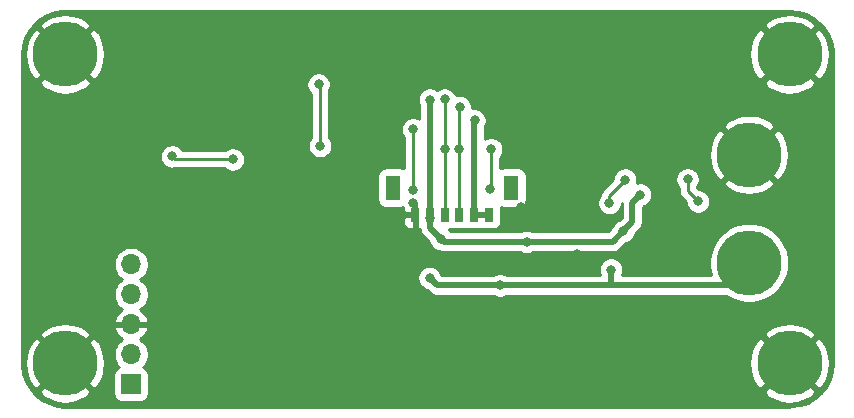
<source format=gbr>
%TF.GenerationSoftware,KiCad,Pcbnew,5.1.6-1.fc32*%
%TF.CreationDate,2020-07-03T14:53:20+01:00*%
%TF.ProjectId,4dc,3464632e-6b69-4636-9164-5f7063625858,rev?*%
%TF.SameCoordinates,Original*%
%TF.FileFunction,Copper,L2,Bot*%
%TF.FilePolarity,Positive*%
%FSLAX46Y46*%
G04 Gerber Fmt 4.6, Leading zero omitted, Abs format (unit mm)*
G04 Created by KiCad (PCBNEW 5.1.6-1.fc32) date 2020-07-03 14:53:20*
%MOMM*%
%LPD*%
G01*
G04 APERTURE LIST*
%TA.AperFunction,SMDPad,CuDef*%
%ADD10R,1.300000X2.150000*%
%TD*%
%TA.AperFunction,SMDPad,CuDef*%
%ADD11R,0.800000X1.200000*%
%TD*%
%TA.AperFunction,ComponentPad*%
%ADD12O,1.700000X1.700000*%
%TD*%
%TA.AperFunction,ComponentPad*%
%ADD13R,1.700000X1.700000*%
%TD*%
%TA.AperFunction,ComponentPad*%
%ADD14C,5.500000*%
%TD*%
%TA.AperFunction,ViaPad*%
%ADD15C,0.800000*%
%TD*%
%TA.AperFunction,Conductor*%
%ADD16C,0.500000*%
%TD*%
%TA.AperFunction,Conductor*%
%ADD17C,0.250000*%
%TD*%
%TA.AperFunction,Conductor*%
%ADD18C,0.254000*%
%TD*%
G04 APERTURE END LIST*
D10*
%TO.P,J2,*%
%TO.N,*%
X136707000Y-92320000D03*
X146757000Y-92320000D03*
D11*
%TO.P,J2,6*%
%TO.N,Net-(J2-Pad5)*%
X144857000Y-94615000D03*
%TO.P,J2,5*%
X143607000Y-94615000D03*
%TO.P,J2,4*%
%TO.N,Net-(J2-Pad4)*%
X142357000Y-94615000D03*
%TO.P,J2,3*%
%TO.N,Net-(J2-Pad3)*%
X141107000Y-94615000D03*
%TO.P,J2,2*%
%TO.N,+3V3*%
X139857000Y-94615000D03*
%TO.P,J2,1*%
%TO.N,GND*%
X138607000Y-94615000D03*
%TD*%
D12*
%TO.P,J1,5*%
%TO.N,Net-(J1-Pad5)*%
X114554000Y-98806000D03*
%TO.P,J1,4*%
%TO.N,Net-(J1-Pad4)*%
X114554000Y-101346000D03*
%TO.P,J1,3*%
%TO.N,GND*%
X114554000Y-103886000D03*
%TO.P,J1,2*%
%TO.N,+3V3*%
X114554000Y-106426000D03*
D13*
%TO.P,J1,1*%
%TO.N,Net-(J1-Pad1)*%
X114554000Y-108966000D03*
%TD*%
D14*
%TO.P,REF\u002A\u002A,1*%
%TO.N,GND*%
X170307000Y-81026000D03*
%TD*%
%TO.P,GND,1*%
%TO.N,GND*%
X166878000Y-89535000D03*
%TD*%
%TO.P,GND,1*%
%TO.N,GND*%
X170307000Y-107188000D03*
%TD*%
%TO.P,+12V,1*%
%TO.N,+12V*%
X166878000Y-98679000D03*
%TD*%
%TO.P,REF\u002A\u002A,1*%
%TO.N,GND*%
X108966000Y-81026000D03*
%TD*%
%TO.P,REF\u002A\u002A,1*%
%TO.N,GND*%
X108966000Y-107188000D03*
%TD*%
D15*
%TO.N,GND*%
X159914209Y-97811209D03*
X162560000Y-98425000D03*
X160655000Y-93218000D03*
X152146000Y-92964000D03*
X152273000Y-97917000D03*
X153797000Y-99187000D03*
X143383000Y-99187000D03*
X146177000Y-99187000D03*
X138557000Y-99187000D03*
X135763000Y-99187000D03*
X138430000Y-93599000D03*
X138557000Y-81788000D03*
X140843000Y-98298000D03*
X148463000Y-98298000D03*
X156210000Y-98425000D03*
X158115000Y-91567000D03*
X125730000Y-90678000D03*
X163449000Y-104902000D03*
X147596452Y-93964305D03*
X117045500Y-93345000D03*
X121005500Y-97790000D03*
%TO.N,+3V3*%
X139857000Y-94869000D03*
X148043000Y-96901000D03*
X156210000Y-96012000D03*
X157662142Y-92908858D03*
X139857000Y-84866000D03*
X140816000Y-96674000D03*
%TO.N,+12V*%
X139827000Y-99949000D03*
X145796000Y-100584000D03*
X155194000Y-99250010D03*
%TO.N,Net-(J1-Pad1)*%
X130556000Y-88773000D03*
X130429000Y-83566000D03*
%TO.N,Net-(J2-Pad4)*%
X142357000Y-89037000D03*
X142367000Y-85471000D03*
%TO.N,Net-(J2-Pad3)*%
X141097000Y-89063985D03*
X141107000Y-84846006D03*
%TO.N,Net-(R2-Pad1)*%
X123165176Y-89924509D03*
X118035980Y-89662000D03*
%TO.N,Net-(U1-Pad18)*%
X138430000Y-92546000D03*
X138430000Y-87376012D03*
%TO.N,Net-(U1-Pad17)*%
X145034000Y-89063995D03*
X144907000Y-92456000D03*
%TO.N,Net-(U1-Pad16)*%
X156392142Y-91638858D03*
X155047926Y-93618074D03*
%TO.N,Net-(U1-Pad15)*%
X161671000Y-91604000D03*
X162555347Y-93476653D03*
%TO.N,Net-(J2-Pad5)*%
X143637000Y-86614004D03*
%TD*%
D16*
%TO.N,GND*%
X138607000Y-93776000D02*
X138430000Y-93599000D01*
X138607000Y-94615000D02*
X138607000Y-93776000D01*
%TO.N,+3V3*%
X139857000Y-94615000D02*
X139857000Y-95715000D01*
X141043000Y-96901000D02*
X155321000Y-96901000D01*
X156972000Y-95250000D02*
X156972000Y-93599000D01*
X156972000Y-93599000D02*
X157607000Y-92964000D01*
X156210000Y-96012000D02*
X156972000Y-95250000D01*
X155321000Y-96901000D02*
X156210000Y-96012000D01*
X139857000Y-94615000D02*
X139857000Y-84866000D01*
X140816000Y-96674000D02*
X141043000Y-96901000D01*
X139857000Y-95715000D02*
X140816000Y-96674000D01*
%TO.N,+12V*%
X166878000Y-98679000D02*
X164973000Y-100584000D01*
X140589000Y-100584000D02*
X140462000Y-100584000D01*
X140462000Y-100584000D02*
X139827000Y-99949000D01*
X145796000Y-100584000D02*
X140589000Y-100584000D01*
X155194000Y-99250010D02*
X155194000Y-100584000D01*
X155194000Y-100584000D02*
X145796000Y-100584000D01*
X164973000Y-100584000D02*
X155194000Y-100584000D01*
D17*
%TO.N,Net-(J1-Pad1)*%
X130556000Y-88773000D02*
X130556000Y-83693000D01*
X130556000Y-83693000D02*
X130429000Y-83566000D01*
%TO.N,Net-(J2-Pad4)*%
X142357000Y-94615000D02*
X142357000Y-89037000D01*
X142357000Y-89037000D02*
X142357000Y-85481000D01*
X142357000Y-85481000D02*
X142367000Y-85471000D01*
%TO.N,Net-(J2-Pad3)*%
X141107000Y-94615000D02*
X141107000Y-89271000D01*
X141107000Y-89073985D02*
X141097000Y-89063985D01*
X141107000Y-89271000D02*
X141107000Y-89073985D01*
X141107000Y-89271000D02*
X141107000Y-84846006D01*
%TO.N,Net-(R2-Pad1)*%
X118298489Y-89924509D02*
X118035980Y-89662000D01*
X123165176Y-89924509D02*
X118298489Y-89924509D01*
%TO.N,Net-(U1-Pad18)*%
X138430000Y-92546000D02*
X138430000Y-87376012D01*
%TO.N,Net-(U1-Pad17)*%
X145034000Y-92329000D02*
X144907000Y-92456000D01*
X145034000Y-89063995D02*
X145034000Y-92329000D01*
%TO.N,Net-(U1-Pad16)*%
X155047926Y-92983074D02*
X155047926Y-93618074D01*
X156392142Y-91638858D02*
X155047926Y-92983074D01*
%TO.N,Net-(U1-Pad15)*%
X161671000Y-92592306D02*
X162555347Y-93476653D01*
X161671000Y-91604000D02*
X161671000Y-92592306D01*
D16*
%TO.N,Net-(J2-Pad5)*%
X144857000Y-94615000D02*
X143607000Y-94615000D01*
X143607000Y-94615000D02*
X143607000Y-86644004D01*
X143607000Y-86644004D02*
X143637000Y-86614004D01*
%TD*%
D18*
%TO.N,GND*%
G36*
X170998139Y-77436937D02*
G01*
X171664356Y-77632383D01*
X172281581Y-77950275D01*
X172827560Y-78379149D01*
X173282596Y-78903530D01*
X173630261Y-79504494D01*
X173858015Y-80160356D01*
X173961007Y-80870681D01*
X173965001Y-81034105D01*
X173965000Y-107156591D01*
X173896063Y-107879140D01*
X173700618Y-108545352D01*
X173382726Y-109162579D01*
X172953851Y-109708560D01*
X172429470Y-110163596D01*
X171828511Y-110511259D01*
X171172642Y-110739015D01*
X170462319Y-110842007D01*
X170298936Y-110846000D01*
X108997409Y-110846000D01*
X108274860Y-110777063D01*
X107608648Y-110581618D01*
X106991421Y-110263726D01*
X106445440Y-109834851D01*
X106214684Y-109568928D01*
X106764677Y-109568928D01*
X107070859Y-110012503D01*
X107658306Y-110327954D01*
X108296008Y-110522740D01*
X108959457Y-110589372D01*
X109623158Y-110525292D01*
X110261605Y-110332962D01*
X110850262Y-110019772D01*
X110861141Y-110012503D01*
X111167323Y-109568928D01*
X108966000Y-107367605D01*
X106764677Y-109568928D01*
X106214684Y-109568928D01*
X105990404Y-109310470D01*
X105642741Y-108709511D01*
X105414985Y-108053642D01*
X105311993Y-107343319D01*
X105308038Y-107181457D01*
X105564628Y-107181457D01*
X105628708Y-107845158D01*
X105821038Y-108483605D01*
X106134228Y-109072262D01*
X106141497Y-109083141D01*
X106585072Y-109389323D01*
X108786395Y-107188000D01*
X109145605Y-107188000D01*
X111346928Y-109389323D01*
X111790503Y-109083141D01*
X112105954Y-108495694D01*
X112221931Y-108116000D01*
X113065928Y-108116000D01*
X113065928Y-109816000D01*
X113078188Y-109940482D01*
X113114498Y-110060180D01*
X113173463Y-110170494D01*
X113252815Y-110267185D01*
X113349506Y-110346537D01*
X113459820Y-110405502D01*
X113579518Y-110441812D01*
X113704000Y-110454072D01*
X115404000Y-110454072D01*
X115528482Y-110441812D01*
X115648180Y-110405502D01*
X115758494Y-110346537D01*
X115855185Y-110267185D01*
X115934537Y-110170494D01*
X115993502Y-110060180D01*
X116029812Y-109940482D01*
X116042072Y-109816000D01*
X116042072Y-109568928D01*
X168105677Y-109568928D01*
X168411859Y-110012503D01*
X168999306Y-110327954D01*
X169637008Y-110522740D01*
X170300457Y-110589372D01*
X170964158Y-110525292D01*
X171602605Y-110332962D01*
X172191262Y-110019772D01*
X172202141Y-110012503D01*
X172508323Y-109568928D01*
X170307000Y-107367605D01*
X168105677Y-109568928D01*
X116042072Y-109568928D01*
X116042072Y-108116000D01*
X116029812Y-107991518D01*
X115993502Y-107871820D01*
X115934537Y-107761506D01*
X115855185Y-107664815D01*
X115758494Y-107585463D01*
X115648180Y-107526498D01*
X115575620Y-107504487D01*
X115707475Y-107372632D01*
X115835213Y-107181457D01*
X166905628Y-107181457D01*
X166969708Y-107845158D01*
X167162038Y-108483605D01*
X167475228Y-109072262D01*
X167482497Y-109083141D01*
X167926072Y-109389323D01*
X170127395Y-107188000D01*
X170486605Y-107188000D01*
X172687928Y-109389323D01*
X173131503Y-109083141D01*
X173446954Y-108495694D01*
X173641740Y-107857992D01*
X173708372Y-107194543D01*
X173644292Y-106530842D01*
X173451962Y-105892395D01*
X173138772Y-105303738D01*
X173131503Y-105292859D01*
X172687928Y-104986677D01*
X170486605Y-107188000D01*
X170127395Y-107188000D01*
X167926072Y-104986677D01*
X167482497Y-105292859D01*
X167167046Y-105880306D01*
X166972260Y-106518008D01*
X166905628Y-107181457D01*
X115835213Y-107181457D01*
X115869990Y-107129411D01*
X115981932Y-106859158D01*
X116039000Y-106572260D01*
X116039000Y-106279740D01*
X115981932Y-105992842D01*
X115869990Y-105722589D01*
X115707475Y-105479368D01*
X115500632Y-105272525D01*
X115318466Y-105150805D01*
X115435355Y-105081178D01*
X115651588Y-104886269D01*
X115710660Y-104807072D01*
X168105677Y-104807072D01*
X170307000Y-107008395D01*
X172508323Y-104807072D01*
X172202141Y-104363497D01*
X171614694Y-104048046D01*
X170976992Y-103853260D01*
X170313543Y-103786628D01*
X169649842Y-103850708D01*
X169011395Y-104043038D01*
X168422738Y-104356228D01*
X168411859Y-104363497D01*
X168105677Y-104807072D01*
X115710660Y-104807072D01*
X115825641Y-104652920D01*
X115950825Y-104390099D01*
X115995476Y-104242890D01*
X115874155Y-104013000D01*
X114681000Y-104013000D01*
X114681000Y-104033000D01*
X114427000Y-104033000D01*
X114427000Y-104013000D01*
X113233845Y-104013000D01*
X113112524Y-104242890D01*
X113157175Y-104390099D01*
X113282359Y-104652920D01*
X113456412Y-104886269D01*
X113672645Y-105081178D01*
X113789534Y-105150805D01*
X113607368Y-105272525D01*
X113400525Y-105479368D01*
X113238010Y-105722589D01*
X113126068Y-105992842D01*
X113069000Y-106279740D01*
X113069000Y-106572260D01*
X113126068Y-106859158D01*
X113238010Y-107129411D01*
X113400525Y-107372632D01*
X113532380Y-107504487D01*
X113459820Y-107526498D01*
X113349506Y-107585463D01*
X113252815Y-107664815D01*
X113173463Y-107761506D01*
X113114498Y-107871820D01*
X113078188Y-107991518D01*
X113065928Y-108116000D01*
X112221931Y-108116000D01*
X112300740Y-107857992D01*
X112367372Y-107194543D01*
X112303292Y-106530842D01*
X112110962Y-105892395D01*
X111797772Y-105303738D01*
X111790503Y-105292859D01*
X111346928Y-104986677D01*
X109145605Y-107188000D01*
X108786395Y-107188000D01*
X106585072Y-104986677D01*
X106141497Y-105292859D01*
X105826046Y-105880306D01*
X105631260Y-106518008D01*
X105564628Y-107181457D01*
X105308038Y-107181457D01*
X105308000Y-107179936D01*
X105308000Y-104807072D01*
X106764677Y-104807072D01*
X108966000Y-107008395D01*
X111167323Y-104807072D01*
X110861141Y-104363497D01*
X110273694Y-104048046D01*
X109635992Y-103853260D01*
X108972543Y-103786628D01*
X108308842Y-103850708D01*
X107670395Y-104043038D01*
X107081738Y-104356228D01*
X107070859Y-104363497D01*
X106764677Y-104807072D01*
X105308000Y-104807072D01*
X105308000Y-98659740D01*
X113069000Y-98659740D01*
X113069000Y-98952260D01*
X113126068Y-99239158D01*
X113238010Y-99509411D01*
X113400525Y-99752632D01*
X113607368Y-99959475D01*
X113781760Y-100076000D01*
X113607368Y-100192525D01*
X113400525Y-100399368D01*
X113238010Y-100642589D01*
X113126068Y-100912842D01*
X113069000Y-101199740D01*
X113069000Y-101492260D01*
X113126068Y-101779158D01*
X113238010Y-102049411D01*
X113400525Y-102292632D01*
X113607368Y-102499475D01*
X113789534Y-102621195D01*
X113672645Y-102690822D01*
X113456412Y-102885731D01*
X113282359Y-103119080D01*
X113157175Y-103381901D01*
X113112524Y-103529110D01*
X113233845Y-103759000D01*
X114427000Y-103759000D01*
X114427000Y-103739000D01*
X114681000Y-103739000D01*
X114681000Y-103759000D01*
X115874155Y-103759000D01*
X115995476Y-103529110D01*
X115950825Y-103381901D01*
X115825641Y-103119080D01*
X115651588Y-102885731D01*
X115435355Y-102690822D01*
X115318466Y-102621195D01*
X115500632Y-102499475D01*
X115707475Y-102292632D01*
X115869990Y-102049411D01*
X115981932Y-101779158D01*
X116039000Y-101492260D01*
X116039000Y-101199740D01*
X115981932Y-100912842D01*
X115869990Y-100642589D01*
X115707475Y-100399368D01*
X115500632Y-100192525D01*
X115326240Y-100076000D01*
X115500632Y-99959475D01*
X115613046Y-99847061D01*
X138792000Y-99847061D01*
X138792000Y-100050939D01*
X138831774Y-100250898D01*
X138909795Y-100439256D01*
X139023063Y-100608774D01*
X139167226Y-100752937D01*
X139336744Y-100866205D01*
X139525102Y-100944226D01*
X139581956Y-100955535D01*
X139805470Y-101179049D01*
X139833183Y-101212817D01*
X139866951Y-101240530D01*
X139866953Y-101240532D01*
X139967941Y-101323411D01*
X140121686Y-101405589D01*
X140288510Y-101456195D01*
X140418523Y-101469000D01*
X140418531Y-101469000D01*
X140462000Y-101473281D01*
X140505469Y-101469000D01*
X145257546Y-101469000D01*
X145305744Y-101501205D01*
X145494102Y-101579226D01*
X145694061Y-101619000D01*
X145897939Y-101619000D01*
X146097898Y-101579226D01*
X146286256Y-101501205D01*
X146334454Y-101469000D01*
X155150524Y-101469000D01*
X155194000Y-101473282D01*
X155237477Y-101469000D01*
X164929531Y-101469000D01*
X164966077Y-101472599D01*
X165274601Y-101678748D01*
X165890632Y-101933917D01*
X166544607Y-102064000D01*
X167211393Y-102064000D01*
X167865368Y-101933917D01*
X168481399Y-101678748D01*
X169035812Y-101308302D01*
X169507302Y-100836812D01*
X169877748Y-100282399D01*
X170132917Y-99666368D01*
X170263000Y-99012393D01*
X170263000Y-98345607D01*
X170132917Y-97691632D01*
X169877748Y-97075601D01*
X169507302Y-96521188D01*
X169035812Y-96049698D01*
X168481399Y-95679252D01*
X167865368Y-95424083D01*
X167211393Y-95294000D01*
X166544607Y-95294000D01*
X165890632Y-95424083D01*
X165274601Y-95679252D01*
X164720188Y-96049698D01*
X164248698Y-96521188D01*
X163878252Y-97075601D01*
X163623083Y-97691632D01*
X163493000Y-98345607D01*
X163493000Y-99012393D01*
X163623083Y-99666368D01*
X163636600Y-99699000D01*
X156128298Y-99699000D01*
X156189226Y-99551908D01*
X156229000Y-99351949D01*
X156229000Y-99148071D01*
X156189226Y-98948112D01*
X156111205Y-98759754D01*
X155997937Y-98590236D01*
X155853774Y-98446073D01*
X155684256Y-98332805D01*
X155495898Y-98254784D01*
X155295939Y-98215010D01*
X155092061Y-98215010D01*
X154892102Y-98254784D01*
X154703744Y-98332805D01*
X154534226Y-98446073D01*
X154390063Y-98590236D01*
X154276795Y-98759754D01*
X154198774Y-98948112D01*
X154159000Y-99148071D01*
X154159000Y-99351949D01*
X154198774Y-99551908D01*
X154259702Y-99699000D01*
X146334454Y-99699000D01*
X146286256Y-99666795D01*
X146097898Y-99588774D01*
X145897939Y-99549000D01*
X145694061Y-99549000D01*
X145494102Y-99588774D01*
X145305744Y-99666795D01*
X145257546Y-99699000D01*
X140832549Y-99699000D01*
X140822226Y-99647102D01*
X140744205Y-99458744D01*
X140630937Y-99289226D01*
X140486774Y-99145063D01*
X140317256Y-99031795D01*
X140128898Y-98953774D01*
X139928939Y-98914000D01*
X139725061Y-98914000D01*
X139525102Y-98953774D01*
X139336744Y-99031795D01*
X139167226Y-99145063D01*
X139023063Y-99289226D01*
X138909795Y-99458744D01*
X138831774Y-99647102D01*
X138792000Y-99847061D01*
X115613046Y-99847061D01*
X115707475Y-99752632D01*
X115869990Y-99509411D01*
X115981932Y-99239158D01*
X116039000Y-98952260D01*
X116039000Y-98659740D01*
X115981932Y-98372842D01*
X115869990Y-98102589D01*
X115707475Y-97859368D01*
X115500632Y-97652525D01*
X115257411Y-97490010D01*
X114987158Y-97378068D01*
X114700260Y-97321000D01*
X114407740Y-97321000D01*
X114120842Y-97378068D01*
X113850589Y-97490010D01*
X113607368Y-97652525D01*
X113400525Y-97859368D01*
X113238010Y-98102589D01*
X113126068Y-98372842D01*
X113069000Y-98659740D01*
X105308000Y-98659740D01*
X105308000Y-95215000D01*
X137568928Y-95215000D01*
X137581188Y-95339482D01*
X137617498Y-95459180D01*
X137676463Y-95569494D01*
X137755815Y-95666185D01*
X137852506Y-95745537D01*
X137962820Y-95804502D01*
X138082518Y-95840812D01*
X138207000Y-95853072D01*
X138321250Y-95850000D01*
X138480000Y-95691250D01*
X138480000Y-94742000D01*
X137730750Y-94742000D01*
X137572000Y-94900750D01*
X137568928Y-95215000D01*
X105308000Y-95215000D01*
X105308000Y-91245000D01*
X135418928Y-91245000D01*
X135418928Y-93395000D01*
X135431188Y-93519482D01*
X135467498Y-93639180D01*
X135526463Y-93749494D01*
X135605815Y-93846185D01*
X135702506Y-93925537D01*
X135812820Y-93984502D01*
X135932518Y-94020812D01*
X136057000Y-94033072D01*
X137357000Y-94033072D01*
X137481482Y-94020812D01*
X137571031Y-93993648D01*
X137568928Y-94015000D01*
X137572000Y-94329250D01*
X137730750Y-94488000D01*
X138480000Y-94488000D01*
X138480000Y-94468000D01*
X138734000Y-94468000D01*
X138734000Y-94488000D01*
X138754000Y-94488000D01*
X138754000Y-94742000D01*
X138734000Y-94742000D01*
X138734000Y-95691250D01*
X138892750Y-95850000D01*
X138981249Y-95852380D01*
X138984805Y-95888490D01*
X139035412Y-96055313D01*
X139117590Y-96209059D01*
X139200468Y-96310046D01*
X139200471Y-96310049D01*
X139228184Y-96343817D01*
X139261951Y-96371529D01*
X139809465Y-96919044D01*
X139820774Y-96975898D01*
X139898795Y-97164256D01*
X140012063Y-97333774D01*
X140156226Y-97477937D01*
X140325744Y-97591205D01*
X140514102Y-97669226D01*
X140655453Y-97697342D01*
X140702687Y-97722589D01*
X140869510Y-97773195D01*
X140999523Y-97786000D01*
X140999533Y-97786000D01*
X141042999Y-97790281D01*
X141086465Y-97786000D01*
X147504546Y-97786000D01*
X147552744Y-97818205D01*
X147741102Y-97896226D01*
X147941061Y-97936000D01*
X148144939Y-97936000D01*
X148344898Y-97896226D01*
X148533256Y-97818205D01*
X148581454Y-97786000D01*
X155277531Y-97786000D01*
X155321000Y-97790281D01*
X155364469Y-97786000D01*
X155364477Y-97786000D01*
X155494490Y-97773195D01*
X155661313Y-97722589D01*
X155815059Y-97640411D01*
X155949817Y-97529817D01*
X155977534Y-97496044D01*
X156455044Y-97018535D01*
X156511898Y-97007226D01*
X156700256Y-96929205D01*
X156869774Y-96815937D01*
X157013937Y-96671774D01*
X157127205Y-96502256D01*
X157205226Y-96313898D01*
X157216535Y-96257044D01*
X157567050Y-95906529D01*
X157600817Y-95878817D01*
X157632008Y-95840812D01*
X157711411Y-95744059D01*
X157739638Y-95691250D01*
X157793589Y-95590313D01*
X157844195Y-95423490D01*
X157857000Y-95293477D01*
X157857000Y-95293469D01*
X157861281Y-95250000D01*
X157857000Y-95206531D01*
X157857000Y-93965578D01*
X157907186Y-93915393D01*
X157964040Y-93904084D01*
X158152398Y-93826063D01*
X158321916Y-93712795D01*
X158466079Y-93568632D01*
X158579347Y-93399114D01*
X158657368Y-93210756D01*
X158697142Y-93010797D01*
X158697142Y-92806919D01*
X158657368Y-92606960D01*
X158579347Y-92418602D01*
X158466079Y-92249084D01*
X158321916Y-92104921D01*
X158152398Y-91991653D01*
X157964040Y-91913632D01*
X157764081Y-91873858D01*
X157560203Y-91873858D01*
X157394103Y-91906897D01*
X157427142Y-91740797D01*
X157427142Y-91536919D01*
X157420209Y-91502061D01*
X160636000Y-91502061D01*
X160636000Y-91705939D01*
X160675774Y-91905898D01*
X160753795Y-92094256D01*
X160867063Y-92263774D01*
X160911001Y-92307712D01*
X160911001Y-92554974D01*
X160907324Y-92592306D01*
X160911001Y-92629639D01*
X160921998Y-92741292D01*
X160925633Y-92753276D01*
X160965454Y-92884552D01*
X161036026Y-93016582D01*
X161107201Y-93103308D01*
X161131000Y-93132307D01*
X161159998Y-93156105D01*
X161520347Y-93516454D01*
X161520347Y-93578592D01*
X161560121Y-93778551D01*
X161638142Y-93966909D01*
X161751410Y-94136427D01*
X161895573Y-94280590D01*
X162065091Y-94393858D01*
X162253449Y-94471879D01*
X162453408Y-94511653D01*
X162657286Y-94511653D01*
X162857245Y-94471879D01*
X163045603Y-94393858D01*
X163215121Y-94280590D01*
X163359284Y-94136427D01*
X163472552Y-93966909D01*
X163550573Y-93778551D01*
X163590347Y-93578592D01*
X163590347Y-93374714D01*
X163550573Y-93174755D01*
X163472552Y-92986397D01*
X163359284Y-92816879D01*
X163215121Y-92672716D01*
X163045603Y-92559448D01*
X162857245Y-92481427D01*
X162657286Y-92441653D01*
X162595148Y-92441653D01*
X162446103Y-92292608D01*
X162474937Y-92263774D01*
X162588205Y-92094256D01*
X162662071Y-91915928D01*
X164676677Y-91915928D01*
X164982859Y-92359503D01*
X165570306Y-92674954D01*
X166208008Y-92869740D01*
X166871457Y-92936372D01*
X167535158Y-92872292D01*
X168173605Y-92679962D01*
X168762262Y-92366772D01*
X168773141Y-92359503D01*
X169079323Y-91915928D01*
X166878000Y-89714605D01*
X164676677Y-91915928D01*
X162662071Y-91915928D01*
X162666226Y-91905898D01*
X162706000Y-91705939D01*
X162706000Y-91502061D01*
X162666226Y-91302102D01*
X162588205Y-91113744D01*
X162474937Y-90944226D01*
X162330774Y-90800063D01*
X162161256Y-90686795D01*
X161972898Y-90608774D01*
X161772939Y-90569000D01*
X161569061Y-90569000D01*
X161369102Y-90608774D01*
X161180744Y-90686795D01*
X161011226Y-90800063D01*
X160867063Y-90944226D01*
X160753795Y-91113744D01*
X160675774Y-91302102D01*
X160636000Y-91502061D01*
X157420209Y-91502061D01*
X157387368Y-91336960D01*
X157309347Y-91148602D01*
X157196079Y-90979084D01*
X157051916Y-90834921D01*
X156882398Y-90721653D01*
X156694040Y-90643632D01*
X156494081Y-90603858D01*
X156290203Y-90603858D01*
X156090244Y-90643632D01*
X155901886Y-90721653D01*
X155732368Y-90834921D01*
X155588205Y-90979084D01*
X155474937Y-91148602D01*
X155396916Y-91336960D01*
X155357142Y-91536919D01*
X155357142Y-91599056D01*
X154536928Y-92419271D01*
X154507925Y-92443073D01*
X154479273Y-92477986D01*
X154412952Y-92558798D01*
X154372711Y-92634084D01*
X154342380Y-92690828D01*
X154298923Y-92834089D01*
X154291354Y-92910935D01*
X154243989Y-92958300D01*
X154130721Y-93127818D01*
X154052700Y-93316176D01*
X154012926Y-93516135D01*
X154012926Y-93720013D01*
X154052700Y-93919972D01*
X154130721Y-94108330D01*
X154243989Y-94277848D01*
X154388152Y-94422011D01*
X154557670Y-94535279D01*
X154746028Y-94613300D01*
X154945987Y-94653074D01*
X155149865Y-94653074D01*
X155349824Y-94613300D01*
X155538182Y-94535279D01*
X155707700Y-94422011D01*
X155851863Y-94277848D01*
X155965131Y-94108330D01*
X156043152Y-93919972D01*
X156082926Y-93720013D01*
X156082926Y-93601102D01*
X156087001Y-93642479D01*
X156087000Y-94883421D01*
X155964956Y-95005465D01*
X155908102Y-95016774D01*
X155719744Y-95094795D01*
X155550226Y-95208063D01*
X155406063Y-95352226D01*
X155292795Y-95521744D01*
X155214774Y-95710102D01*
X155203465Y-95766956D01*
X154954422Y-96016000D01*
X148581454Y-96016000D01*
X148533256Y-95983795D01*
X148344898Y-95905774D01*
X148144939Y-95866000D01*
X147941061Y-95866000D01*
X147741102Y-95905774D01*
X147552744Y-95983795D01*
X147504546Y-96016000D01*
X141621122Y-96016000D01*
X141619937Y-96014226D01*
X141475774Y-95870063D01*
X141450345Y-95853072D01*
X141507000Y-95853072D01*
X141631482Y-95840812D01*
X141732000Y-95810320D01*
X141832518Y-95840812D01*
X141957000Y-95853072D01*
X142757000Y-95853072D01*
X142881482Y-95840812D01*
X142982000Y-95810320D01*
X143082518Y-95840812D01*
X143207000Y-95853072D01*
X144007000Y-95853072D01*
X144131482Y-95840812D01*
X144232000Y-95810320D01*
X144332518Y-95840812D01*
X144457000Y-95853072D01*
X145257000Y-95853072D01*
X145381482Y-95840812D01*
X145501180Y-95804502D01*
X145611494Y-95745537D01*
X145708185Y-95666185D01*
X145787537Y-95569494D01*
X145846502Y-95459180D01*
X145882812Y-95339482D01*
X145895072Y-95215000D01*
X145895072Y-94015000D01*
X145892969Y-93993648D01*
X145982518Y-94020812D01*
X146107000Y-94033072D01*
X147407000Y-94033072D01*
X147531482Y-94020812D01*
X147651180Y-93984502D01*
X147761494Y-93925537D01*
X147858185Y-93846185D01*
X147937537Y-93749494D01*
X147996502Y-93639180D01*
X148032812Y-93519482D01*
X148045072Y-93395000D01*
X148045072Y-91245000D01*
X148032812Y-91120518D01*
X147996502Y-91000820D01*
X147937537Y-90890506D01*
X147858185Y-90793815D01*
X147761494Y-90714463D01*
X147651180Y-90655498D01*
X147531482Y-90619188D01*
X147407000Y-90606928D01*
X146107000Y-90606928D01*
X145982518Y-90619188D01*
X145862820Y-90655498D01*
X145794000Y-90692284D01*
X145794000Y-89767706D01*
X145837937Y-89723769D01*
X145951205Y-89554251D01*
X145961889Y-89528457D01*
X163476628Y-89528457D01*
X163540708Y-90192158D01*
X163733038Y-90830605D01*
X164046228Y-91419262D01*
X164053497Y-91430141D01*
X164497072Y-91736323D01*
X166698395Y-89535000D01*
X167057605Y-89535000D01*
X169258928Y-91736323D01*
X169702503Y-91430141D01*
X170017954Y-90842694D01*
X170212740Y-90204992D01*
X170279372Y-89541543D01*
X170215292Y-88877842D01*
X170022962Y-88239395D01*
X169709772Y-87650738D01*
X169702503Y-87639859D01*
X169258928Y-87333677D01*
X167057605Y-89535000D01*
X166698395Y-89535000D01*
X164497072Y-87333677D01*
X164053497Y-87639859D01*
X163738046Y-88227306D01*
X163543260Y-88865008D01*
X163476628Y-89528457D01*
X145961889Y-89528457D01*
X146029226Y-89365893D01*
X146069000Y-89165934D01*
X146069000Y-88962056D01*
X146029226Y-88762097D01*
X145951205Y-88573739D01*
X145837937Y-88404221D01*
X145693774Y-88260058D01*
X145524256Y-88146790D01*
X145335898Y-88068769D01*
X145135939Y-88028995D01*
X144932061Y-88028995D01*
X144732102Y-88068769D01*
X144543744Y-88146790D01*
X144492000Y-88181364D01*
X144492000Y-87197357D01*
X144520921Y-87154072D01*
X164676677Y-87154072D01*
X166878000Y-89355395D01*
X169079323Y-87154072D01*
X168773141Y-86710497D01*
X168185694Y-86395046D01*
X167547992Y-86200260D01*
X166884543Y-86133628D01*
X166220842Y-86197708D01*
X165582395Y-86390038D01*
X164993738Y-86703228D01*
X164982859Y-86710497D01*
X164676677Y-87154072D01*
X144520921Y-87154072D01*
X144554205Y-87104260D01*
X144632226Y-86915902D01*
X144672000Y-86715943D01*
X144672000Y-86512065D01*
X144632226Y-86312106D01*
X144554205Y-86123748D01*
X144440937Y-85954230D01*
X144296774Y-85810067D01*
X144127256Y-85696799D01*
X143938898Y-85618778D01*
X143738939Y-85579004D01*
X143535061Y-85579004D01*
X143395262Y-85606811D01*
X143402000Y-85572939D01*
X143402000Y-85369061D01*
X143362226Y-85169102D01*
X143284205Y-84980744D01*
X143170937Y-84811226D01*
X143026774Y-84667063D01*
X142857256Y-84553795D01*
X142668898Y-84475774D01*
X142468939Y-84436000D01*
X142265061Y-84436000D01*
X142073250Y-84474153D01*
X142024205Y-84355750D01*
X141910937Y-84186232D01*
X141766774Y-84042069D01*
X141597256Y-83928801D01*
X141408898Y-83850780D01*
X141208939Y-83811006D01*
X141005061Y-83811006D01*
X140805102Y-83850780D01*
X140616744Y-83928801D01*
X140467038Y-84028831D01*
X140347256Y-83948795D01*
X140158898Y-83870774D01*
X139958939Y-83831000D01*
X139755061Y-83831000D01*
X139555102Y-83870774D01*
X139366744Y-83948795D01*
X139197226Y-84062063D01*
X139053063Y-84206226D01*
X138939795Y-84375744D01*
X138861774Y-84564102D01*
X138822000Y-84764061D01*
X138822000Y-84967939D01*
X138861774Y-85167898D01*
X138939795Y-85356256D01*
X138972001Y-85404456D01*
X138972001Y-86493382D01*
X138920256Y-86458807D01*
X138731898Y-86380786D01*
X138531939Y-86341012D01*
X138328061Y-86341012D01*
X138128102Y-86380786D01*
X137939744Y-86458807D01*
X137770226Y-86572075D01*
X137626063Y-86716238D01*
X137512795Y-86885756D01*
X137434774Y-87074114D01*
X137395000Y-87274073D01*
X137395000Y-87477951D01*
X137434774Y-87677910D01*
X137512795Y-87866268D01*
X137626063Y-88035786D01*
X137670001Y-88079724D01*
X137670000Y-90692284D01*
X137601180Y-90655498D01*
X137481482Y-90619188D01*
X137357000Y-90606928D01*
X136057000Y-90606928D01*
X135932518Y-90619188D01*
X135812820Y-90655498D01*
X135702506Y-90714463D01*
X135605815Y-90793815D01*
X135526463Y-90890506D01*
X135467498Y-91000820D01*
X135431188Y-91120518D01*
X135418928Y-91245000D01*
X105308000Y-91245000D01*
X105308000Y-89560061D01*
X117000980Y-89560061D01*
X117000980Y-89763939D01*
X117040754Y-89963898D01*
X117118775Y-90152256D01*
X117232043Y-90321774D01*
X117376206Y-90465937D01*
X117545724Y-90579205D01*
X117734082Y-90657226D01*
X117934041Y-90697000D01*
X118137919Y-90697000D01*
X118220732Y-90680528D01*
X118261156Y-90684509D01*
X118261164Y-90684509D01*
X118298489Y-90688185D01*
X118335814Y-90684509D01*
X122461465Y-90684509D01*
X122505402Y-90728446D01*
X122674920Y-90841714D01*
X122863278Y-90919735D01*
X123063237Y-90959509D01*
X123267115Y-90959509D01*
X123467074Y-90919735D01*
X123655432Y-90841714D01*
X123824950Y-90728446D01*
X123969113Y-90584283D01*
X124082381Y-90414765D01*
X124160402Y-90226407D01*
X124200176Y-90026448D01*
X124200176Y-89822570D01*
X124160402Y-89622611D01*
X124082381Y-89434253D01*
X123969113Y-89264735D01*
X123824950Y-89120572D01*
X123655432Y-89007304D01*
X123467074Y-88929283D01*
X123267115Y-88889509D01*
X123063237Y-88889509D01*
X122863278Y-88929283D01*
X122674920Y-89007304D01*
X122505402Y-89120572D01*
X122461465Y-89164509D01*
X118948351Y-89164509D01*
X118839917Y-89002226D01*
X118695754Y-88858063D01*
X118526236Y-88744795D01*
X118337878Y-88666774D01*
X118137919Y-88627000D01*
X117934041Y-88627000D01*
X117734082Y-88666774D01*
X117545724Y-88744795D01*
X117376206Y-88858063D01*
X117232043Y-89002226D01*
X117118775Y-89171744D01*
X117040754Y-89360102D01*
X117000980Y-89560061D01*
X105308000Y-89560061D01*
X105308000Y-83406928D01*
X106764677Y-83406928D01*
X107070859Y-83850503D01*
X107658306Y-84165954D01*
X108296008Y-84360740D01*
X108959457Y-84427372D01*
X109623158Y-84363292D01*
X110261605Y-84170962D01*
X110850262Y-83857772D01*
X110861141Y-83850503D01*
X111127886Y-83464061D01*
X129394000Y-83464061D01*
X129394000Y-83667939D01*
X129433774Y-83867898D01*
X129511795Y-84056256D01*
X129625063Y-84225774D01*
X129769226Y-84369937D01*
X129796001Y-84387827D01*
X129796000Y-88069289D01*
X129752063Y-88113226D01*
X129638795Y-88282744D01*
X129560774Y-88471102D01*
X129521000Y-88671061D01*
X129521000Y-88874939D01*
X129560774Y-89074898D01*
X129638795Y-89263256D01*
X129752063Y-89432774D01*
X129896226Y-89576937D01*
X130065744Y-89690205D01*
X130254102Y-89768226D01*
X130454061Y-89808000D01*
X130657939Y-89808000D01*
X130857898Y-89768226D01*
X131046256Y-89690205D01*
X131215774Y-89576937D01*
X131359937Y-89432774D01*
X131473205Y-89263256D01*
X131551226Y-89074898D01*
X131591000Y-88874939D01*
X131591000Y-88671061D01*
X131551226Y-88471102D01*
X131473205Y-88282744D01*
X131359937Y-88113226D01*
X131316000Y-88069289D01*
X131316000Y-84101461D01*
X131346205Y-84056256D01*
X131424226Y-83867898D01*
X131464000Y-83667939D01*
X131464000Y-83464061D01*
X131452636Y-83406928D01*
X168105677Y-83406928D01*
X168411859Y-83850503D01*
X168999306Y-84165954D01*
X169637008Y-84360740D01*
X170300457Y-84427372D01*
X170964158Y-84363292D01*
X171602605Y-84170962D01*
X172191262Y-83857772D01*
X172202141Y-83850503D01*
X172508323Y-83406928D01*
X170307000Y-81205605D01*
X168105677Y-83406928D01*
X131452636Y-83406928D01*
X131424226Y-83264102D01*
X131346205Y-83075744D01*
X131232937Y-82906226D01*
X131088774Y-82762063D01*
X130919256Y-82648795D01*
X130730898Y-82570774D01*
X130530939Y-82531000D01*
X130327061Y-82531000D01*
X130127102Y-82570774D01*
X129938744Y-82648795D01*
X129769226Y-82762063D01*
X129625063Y-82906226D01*
X129511795Y-83075744D01*
X129433774Y-83264102D01*
X129394000Y-83464061D01*
X111127886Y-83464061D01*
X111167323Y-83406928D01*
X108966000Y-81205605D01*
X106764677Y-83406928D01*
X105308000Y-83406928D01*
X105308000Y-81057409D01*
X105311620Y-81019457D01*
X105564628Y-81019457D01*
X105628708Y-81683158D01*
X105821038Y-82321605D01*
X106134228Y-82910262D01*
X106141497Y-82921141D01*
X106585072Y-83227323D01*
X108786395Y-81026000D01*
X109145605Y-81026000D01*
X111346928Y-83227323D01*
X111790503Y-82921141D01*
X112105954Y-82333694D01*
X112300740Y-81695992D01*
X112367372Y-81032543D01*
X112366109Y-81019457D01*
X166905628Y-81019457D01*
X166969708Y-81683158D01*
X167162038Y-82321605D01*
X167475228Y-82910262D01*
X167482497Y-82921141D01*
X167926072Y-83227323D01*
X170127395Y-81026000D01*
X170486605Y-81026000D01*
X172687928Y-83227323D01*
X173131503Y-82921141D01*
X173446954Y-82333694D01*
X173641740Y-81695992D01*
X173708372Y-81032543D01*
X173644292Y-80368842D01*
X173451962Y-79730395D01*
X173138772Y-79141738D01*
X173131503Y-79130859D01*
X172687928Y-78824677D01*
X170486605Y-81026000D01*
X170127395Y-81026000D01*
X167926072Y-78824677D01*
X167482497Y-79130859D01*
X167167046Y-79718306D01*
X166972260Y-80356008D01*
X166905628Y-81019457D01*
X112366109Y-81019457D01*
X112303292Y-80368842D01*
X112110962Y-79730395D01*
X111797772Y-79141738D01*
X111790503Y-79130859D01*
X111346928Y-78824677D01*
X109145605Y-81026000D01*
X108786395Y-81026000D01*
X106585072Y-78824677D01*
X106141497Y-79130859D01*
X105826046Y-79718306D01*
X105631260Y-80356008D01*
X105564628Y-81019457D01*
X105311620Y-81019457D01*
X105376937Y-80334861D01*
X105572383Y-79668644D01*
X105890275Y-79051419D01*
X106209466Y-78645072D01*
X106764677Y-78645072D01*
X108966000Y-80846395D01*
X111167323Y-78645072D01*
X168105677Y-78645072D01*
X170307000Y-80846395D01*
X172508323Y-78645072D01*
X172202141Y-78201497D01*
X171614694Y-77886046D01*
X170976992Y-77691260D01*
X170313543Y-77624628D01*
X169649842Y-77688708D01*
X169011395Y-77881038D01*
X168422738Y-78194228D01*
X168411859Y-78201497D01*
X168105677Y-78645072D01*
X111167323Y-78645072D01*
X110861141Y-78201497D01*
X110273694Y-77886046D01*
X109635992Y-77691260D01*
X108972543Y-77624628D01*
X108308842Y-77688708D01*
X107670395Y-77881038D01*
X107081738Y-78194228D01*
X107070859Y-78201497D01*
X106764677Y-78645072D01*
X106209466Y-78645072D01*
X106319149Y-78505440D01*
X106843530Y-78050404D01*
X107444494Y-77702739D01*
X108100356Y-77474985D01*
X108810681Y-77371993D01*
X108974064Y-77368000D01*
X170275591Y-77368000D01*
X170998139Y-77436937D01*
G37*
X170998139Y-77436937D02*
X171664356Y-77632383D01*
X172281581Y-77950275D01*
X172827560Y-78379149D01*
X173282596Y-78903530D01*
X173630261Y-79504494D01*
X173858015Y-80160356D01*
X173961007Y-80870681D01*
X173965001Y-81034105D01*
X173965000Y-107156591D01*
X173896063Y-107879140D01*
X173700618Y-108545352D01*
X173382726Y-109162579D01*
X172953851Y-109708560D01*
X172429470Y-110163596D01*
X171828511Y-110511259D01*
X171172642Y-110739015D01*
X170462319Y-110842007D01*
X170298936Y-110846000D01*
X108997409Y-110846000D01*
X108274860Y-110777063D01*
X107608648Y-110581618D01*
X106991421Y-110263726D01*
X106445440Y-109834851D01*
X106214684Y-109568928D01*
X106764677Y-109568928D01*
X107070859Y-110012503D01*
X107658306Y-110327954D01*
X108296008Y-110522740D01*
X108959457Y-110589372D01*
X109623158Y-110525292D01*
X110261605Y-110332962D01*
X110850262Y-110019772D01*
X110861141Y-110012503D01*
X111167323Y-109568928D01*
X108966000Y-107367605D01*
X106764677Y-109568928D01*
X106214684Y-109568928D01*
X105990404Y-109310470D01*
X105642741Y-108709511D01*
X105414985Y-108053642D01*
X105311993Y-107343319D01*
X105308038Y-107181457D01*
X105564628Y-107181457D01*
X105628708Y-107845158D01*
X105821038Y-108483605D01*
X106134228Y-109072262D01*
X106141497Y-109083141D01*
X106585072Y-109389323D01*
X108786395Y-107188000D01*
X109145605Y-107188000D01*
X111346928Y-109389323D01*
X111790503Y-109083141D01*
X112105954Y-108495694D01*
X112221931Y-108116000D01*
X113065928Y-108116000D01*
X113065928Y-109816000D01*
X113078188Y-109940482D01*
X113114498Y-110060180D01*
X113173463Y-110170494D01*
X113252815Y-110267185D01*
X113349506Y-110346537D01*
X113459820Y-110405502D01*
X113579518Y-110441812D01*
X113704000Y-110454072D01*
X115404000Y-110454072D01*
X115528482Y-110441812D01*
X115648180Y-110405502D01*
X115758494Y-110346537D01*
X115855185Y-110267185D01*
X115934537Y-110170494D01*
X115993502Y-110060180D01*
X116029812Y-109940482D01*
X116042072Y-109816000D01*
X116042072Y-109568928D01*
X168105677Y-109568928D01*
X168411859Y-110012503D01*
X168999306Y-110327954D01*
X169637008Y-110522740D01*
X170300457Y-110589372D01*
X170964158Y-110525292D01*
X171602605Y-110332962D01*
X172191262Y-110019772D01*
X172202141Y-110012503D01*
X172508323Y-109568928D01*
X170307000Y-107367605D01*
X168105677Y-109568928D01*
X116042072Y-109568928D01*
X116042072Y-108116000D01*
X116029812Y-107991518D01*
X115993502Y-107871820D01*
X115934537Y-107761506D01*
X115855185Y-107664815D01*
X115758494Y-107585463D01*
X115648180Y-107526498D01*
X115575620Y-107504487D01*
X115707475Y-107372632D01*
X115835213Y-107181457D01*
X166905628Y-107181457D01*
X166969708Y-107845158D01*
X167162038Y-108483605D01*
X167475228Y-109072262D01*
X167482497Y-109083141D01*
X167926072Y-109389323D01*
X170127395Y-107188000D01*
X170486605Y-107188000D01*
X172687928Y-109389323D01*
X173131503Y-109083141D01*
X173446954Y-108495694D01*
X173641740Y-107857992D01*
X173708372Y-107194543D01*
X173644292Y-106530842D01*
X173451962Y-105892395D01*
X173138772Y-105303738D01*
X173131503Y-105292859D01*
X172687928Y-104986677D01*
X170486605Y-107188000D01*
X170127395Y-107188000D01*
X167926072Y-104986677D01*
X167482497Y-105292859D01*
X167167046Y-105880306D01*
X166972260Y-106518008D01*
X166905628Y-107181457D01*
X115835213Y-107181457D01*
X115869990Y-107129411D01*
X115981932Y-106859158D01*
X116039000Y-106572260D01*
X116039000Y-106279740D01*
X115981932Y-105992842D01*
X115869990Y-105722589D01*
X115707475Y-105479368D01*
X115500632Y-105272525D01*
X115318466Y-105150805D01*
X115435355Y-105081178D01*
X115651588Y-104886269D01*
X115710660Y-104807072D01*
X168105677Y-104807072D01*
X170307000Y-107008395D01*
X172508323Y-104807072D01*
X172202141Y-104363497D01*
X171614694Y-104048046D01*
X170976992Y-103853260D01*
X170313543Y-103786628D01*
X169649842Y-103850708D01*
X169011395Y-104043038D01*
X168422738Y-104356228D01*
X168411859Y-104363497D01*
X168105677Y-104807072D01*
X115710660Y-104807072D01*
X115825641Y-104652920D01*
X115950825Y-104390099D01*
X115995476Y-104242890D01*
X115874155Y-104013000D01*
X114681000Y-104013000D01*
X114681000Y-104033000D01*
X114427000Y-104033000D01*
X114427000Y-104013000D01*
X113233845Y-104013000D01*
X113112524Y-104242890D01*
X113157175Y-104390099D01*
X113282359Y-104652920D01*
X113456412Y-104886269D01*
X113672645Y-105081178D01*
X113789534Y-105150805D01*
X113607368Y-105272525D01*
X113400525Y-105479368D01*
X113238010Y-105722589D01*
X113126068Y-105992842D01*
X113069000Y-106279740D01*
X113069000Y-106572260D01*
X113126068Y-106859158D01*
X113238010Y-107129411D01*
X113400525Y-107372632D01*
X113532380Y-107504487D01*
X113459820Y-107526498D01*
X113349506Y-107585463D01*
X113252815Y-107664815D01*
X113173463Y-107761506D01*
X113114498Y-107871820D01*
X113078188Y-107991518D01*
X113065928Y-108116000D01*
X112221931Y-108116000D01*
X112300740Y-107857992D01*
X112367372Y-107194543D01*
X112303292Y-106530842D01*
X112110962Y-105892395D01*
X111797772Y-105303738D01*
X111790503Y-105292859D01*
X111346928Y-104986677D01*
X109145605Y-107188000D01*
X108786395Y-107188000D01*
X106585072Y-104986677D01*
X106141497Y-105292859D01*
X105826046Y-105880306D01*
X105631260Y-106518008D01*
X105564628Y-107181457D01*
X105308038Y-107181457D01*
X105308000Y-107179936D01*
X105308000Y-104807072D01*
X106764677Y-104807072D01*
X108966000Y-107008395D01*
X111167323Y-104807072D01*
X110861141Y-104363497D01*
X110273694Y-104048046D01*
X109635992Y-103853260D01*
X108972543Y-103786628D01*
X108308842Y-103850708D01*
X107670395Y-104043038D01*
X107081738Y-104356228D01*
X107070859Y-104363497D01*
X106764677Y-104807072D01*
X105308000Y-104807072D01*
X105308000Y-98659740D01*
X113069000Y-98659740D01*
X113069000Y-98952260D01*
X113126068Y-99239158D01*
X113238010Y-99509411D01*
X113400525Y-99752632D01*
X113607368Y-99959475D01*
X113781760Y-100076000D01*
X113607368Y-100192525D01*
X113400525Y-100399368D01*
X113238010Y-100642589D01*
X113126068Y-100912842D01*
X113069000Y-101199740D01*
X113069000Y-101492260D01*
X113126068Y-101779158D01*
X113238010Y-102049411D01*
X113400525Y-102292632D01*
X113607368Y-102499475D01*
X113789534Y-102621195D01*
X113672645Y-102690822D01*
X113456412Y-102885731D01*
X113282359Y-103119080D01*
X113157175Y-103381901D01*
X113112524Y-103529110D01*
X113233845Y-103759000D01*
X114427000Y-103759000D01*
X114427000Y-103739000D01*
X114681000Y-103739000D01*
X114681000Y-103759000D01*
X115874155Y-103759000D01*
X115995476Y-103529110D01*
X115950825Y-103381901D01*
X115825641Y-103119080D01*
X115651588Y-102885731D01*
X115435355Y-102690822D01*
X115318466Y-102621195D01*
X115500632Y-102499475D01*
X115707475Y-102292632D01*
X115869990Y-102049411D01*
X115981932Y-101779158D01*
X116039000Y-101492260D01*
X116039000Y-101199740D01*
X115981932Y-100912842D01*
X115869990Y-100642589D01*
X115707475Y-100399368D01*
X115500632Y-100192525D01*
X115326240Y-100076000D01*
X115500632Y-99959475D01*
X115613046Y-99847061D01*
X138792000Y-99847061D01*
X138792000Y-100050939D01*
X138831774Y-100250898D01*
X138909795Y-100439256D01*
X139023063Y-100608774D01*
X139167226Y-100752937D01*
X139336744Y-100866205D01*
X139525102Y-100944226D01*
X139581956Y-100955535D01*
X139805470Y-101179049D01*
X139833183Y-101212817D01*
X139866951Y-101240530D01*
X139866953Y-101240532D01*
X139967941Y-101323411D01*
X140121686Y-101405589D01*
X140288510Y-101456195D01*
X140418523Y-101469000D01*
X140418531Y-101469000D01*
X140462000Y-101473281D01*
X140505469Y-101469000D01*
X145257546Y-101469000D01*
X145305744Y-101501205D01*
X145494102Y-101579226D01*
X145694061Y-101619000D01*
X145897939Y-101619000D01*
X146097898Y-101579226D01*
X146286256Y-101501205D01*
X146334454Y-101469000D01*
X155150524Y-101469000D01*
X155194000Y-101473282D01*
X155237477Y-101469000D01*
X164929531Y-101469000D01*
X164966077Y-101472599D01*
X165274601Y-101678748D01*
X165890632Y-101933917D01*
X166544607Y-102064000D01*
X167211393Y-102064000D01*
X167865368Y-101933917D01*
X168481399Y-101678748D01*
X169035812Y-101308302D01*
X169507302Y-100836812D01*
X169877748Y-100282399D01*
X170132917Y-99666368D01*
X170263000Y-99012393D01*
X170263000Y-98345607D01*
X170132917Y-97691632D01*
X169877748Y-97075601D01*
X169507302Y-96521188D01*
X169035812Y-96049698D01*
X168481399Y-95679252D01*
X167865368Y-95424083D01*
X167211393Y-95294000D01*
X166544607Y-95294000D01*
X165890632Y-95424083D01*
X165274601Y-95679252D01*
X164720188Y-96049698D01*
X164248698Y-96521188D01*
X163878252Y-97075601D01*
X163623083Y-97691632D01*
X163493000Y-98345607D01*
X163493000Y-99012393D01*
X163623083Y-99666368D01*
X163636600Y-99699000D01*
X156128298Y-99699000D01*
X156189226Y-99551908D01*
X156229000Y-99351949D01*
X156229000Y-99148071D01*
X156189226Y-98948112D01*
X156111205Y-98759754D01*
X155997937Y-98590236D01*
X155853774Y-98446073D01*
X155684256Y-98332805D01*
X155495898Y-98254784D01*
X155295939Y-98215010D01*
X155092061Y-98215010D01*
X154892102Y-98254784D01*
X154703744Y-98332805D01*
X154534226Y-98446073D01*
X154390063Y-98590236D01*
X154276795Y-98759754D01*
X154198774Y-98948112D01*
X154159000Y-99148071D01*
X154159000Y-99351949D01*
X154198774Y-99551908D01*
X154259702Y-99699000D01*
X146334454Y-99699000D01*
X146286256Y-99666795D01*
X146097898Y-99588774D01*
X145897939Y-99549000D01*
X145694061Y-99549000D01*
X145494102Y-99588774D01*
X145305744Y-99666795D01*
X145257546Y-99699000D01*
X140832549Y-99699000D01*
X140822226Y-99647102D01*
X140744205Y-99458744D01*
X140630937Y-99289226D01*
X140486774Y-99145063D01*
X140317256Y-99031795D01*
X140128898Y-98953774D01*
X139928939Y-98914000D01*
X139725061Y-98914000D01*
X139525102Y-98953774D01*
X139336744Y-99031795D01*
X139167226Y-99145063D01*
X139023063Y-99289226D01*
X138909795Y-99458744D01*
X138831774Y-99647102D01*
X138792000Y-99847061D01*
X115613046Y-99847061D01*
X115707475Y-99752632D01*
X115869990Y-99509411D01*
X115981932Y-99239158D01*
X116039000Y-98952260D01*
X116039000Y-98659740D01*
X115981932Y-98372842D01*
X115869990Y-98102589D01*
X115707475Y-97859368D01*
X115500632Y-97652525D01*
X115257411Y-97490010D01*
X114987158Y-97378068D01*
X114700260Y-97321000D01*
X114407740Y-97321000D01*
X114120842Y-97378068D01*
X113850589Y-97490010D01*
X113607368Y-97652525D01*
X113400525Y-97859368D01*
X113238010Y-98102589D01*
X113126068Y-98372842D01*
X113069000Y-98659740D01*
X105308000Y-98659740D01*
X105308000Y-95215000D01*
X137568928Y-95215000D01*
X137581188Y-95339482D01*
X137617498Y-95459180D01*
X137676463Y-95569494D01*
X137755815Y-95666185D01*
X137852506Y-95745537D01*
X137962820Y-95804502D01*
X138082518Y-95840812D01*
X138207000Y-95853072D01*
X138321250Y-95850000D01*
X138480000Y-95691250D01*
X138480000Y-94742000D01*
X137730750Y-94742000D01*
X137572000Y-94900750D01*
X137568928Y-95215000D01*
X105308000Y-95215000D01*
X105308000Y-91245000D01*
X135418928Y-91245000D01*
X135418928Y-93395000D01*
X135431188Y-93519482D01*
X135467498Y-93639180D01*
X135526463Y-93749494D01*
X135605815Y-93846185D01*
X135702506Y-93925537D01*
X135812820Y-93984502D01*
X135932518Y-94020812D01*
X136057000Y-94033072D01*
X137357000Y-94033072D01*
X137481482Y-94020812D01*
X137571031Y-93993648D01*
X137568928Y-94015000D01*
X137572000Y-94329250D01*
X137730750Y-94488000D01*
X138480000Y-94488000D01*
X138480000Y-94468000D01*
X138734000Y-94468000D01*
X138734000Y-94488000D01*
X138754000Y-94488000D01*
X138754000Y-94742000D01*
X138734000Y-94742000D01*
X138734000Y-95691250D01*
X138892750Y-95850000D01*
X138981249Y-95852380D01*
X138984805Y-95888490D01*
X139035412Y-96055313D01*
X139117590Y-96209059D01*
X139200468Y-96310046D01*
X139200471Y-96310049D01*
X139228184Y-96343817D01*
X139261951Y-96371529D01*
X139809465Y-96919044D01*
X139820774Y-96975898D01*
X139898795Y-97164256D01*
X140012063Y-97333774D01*
X140156226Y-97477937D01*
X140325744Y-97591205D01*
X140514102Y-97669226D01*
X140655453Y-97697342D01*
X140702687Y-97722589D01*
X140869510Y-97773195D01*
X140999523Y-97786000D01*
X140999533Y-97786000D01*
X141042999Y-97790281D01*
X141086465Y-97786000D01*
X147504546Y-97786000D01*
X147552744Y-97818205D01*
X147741102Y-97896226D01*
X147941061Y-97936000D01*
X148144939Y-97936000D01*
X148344898Y-97896226D01*
X148533256Y-97818205D01*
X148581454Y-97786000D01*
X155277531Y-97786000D01*
X155321000Y-97790281D01*
X155364469Y-97786000D01*
X155364477Y-97786000D01*
X155494490Y-97773195D01*
X155661313Y-97722589D01*
X155815059Y-97640411D01*
X155949817Y-97529817D01*
X155977534Y-97496044D01*
X156455044Y-97018535D01*
X156511898Y-97007226D01*
X156700256Y-96929205D01*
X156869774Y-96815937D01*
X157013937Y-96671774D01*
X157127205Y-96502256D01*
X157205226Y-96313898D01*
X157216535Y-96257044D01*
X157567050Y-95906529D01*
X157600817Y-95878817D01*
X157632008Y-95840812D01*
X157711411Y-95744059D01*
X157739638Y-95691250D01*
X157793589Y-95590313D01*
X157844195Y-95423490D01*
X157857000Y-95293477D01*
X157857000Y-95293469D01*
X157861281Y-95250000D01*
X157857000Y-95206531D01*
X157857000Y-93965578D01*
X157907186Y-93915393D01*
X157964040Y-93904084D01*
X158152398Y-93826063D01*
X158321916Y-93712795D01*
X158466079Y-93568632D01*
X158579347Y-93399114D01*
X158657368Y-93210756D01*
X158697142Y-93010797D01*
X158697142Y-92806919D01*
X158657368Y-92606960D01*
X158579347Y-92418602D01*
X158466079Y-92249084D01*
X158321916Y-92104921D01*
X158152398Y-91991653D01*
X157964040Y-91913632D01*
X157764081Y-91873858D01*
X157560203Y-91873858D01*
X157394103Y-91906897D01*
X157427142Y-91740797D01*
X157427142Y-91536919D01*
X157420209Y-91502061D01*
X160636000Y-91502061D01*
X160636000Y-91705939D01*
X160675774Y-91905898D01*
X160753795Y-92094256D01*
X160867063Y-92263774D01*
X160911001Y-92307712D01*
X160911001Y-92554974D01*
X160907324Y-92592306D01*
X160911001Y-92629639D01*
X160921998Y-92741292D01*
X160925633Y-92753276D01*
X160965454Y-92884552D01*
X161036026Y-93016582D01*
X161107201Y-93103308D01*
X161131000Y-93132307D01*
X161159998Y-93156105D01*
X161520347Y-93516454D01*
X161520347Y-93578592D01*
X161560121Y-93778551D01*
X161638142Y-93966909D01*
X161751410Y-94136427D01*
X161895573Y-94280590D01*
X162065091Y-94393858D01*
X162253449Y-94471879D01*
X162453408Y-94511653D01*
X162657286Y-94511653D01*
X162857245Y-94471879D01*
X163045603Y-94393858D01*
X163215121Y-94280590D01*
X163359284Y-94136427D01*
X163472552Y-93966909D01*
X163550573Y-93778551D01*
X163590347Y-93578592D01*
X163590347Y-93374714D01*
X163550573Y-93174755D01*
X163472552Y-92986397D01*
X163359284Y-92816879D01*
X163215121Y-92672716D01*
X163045603Y-92559448D01*
X162857245Y-92481427D01*
X162657286Y-92441653D01*
X162595148Y-92441653D01*
X162446103Y-92292608D01*
X162474937Y-92263774D01*
X162588205Y-92094256D01*
X162662071Y-91915928D01*
X164676677Y-91915928D01*
X164982859Y-92359503D01*
X165570306Y-92674954D01*
X166208008Y-92869740D01*
X166871457Y-92936372D01*
X167535158Y-92872292D01*
X168173605Y-92679962D01*
X168762262Y-92366772D01*
X168773141Y-92359503D01*
X169079323Y-91915928D01*
X166878000Y-89714605D01*
X164676677Y-91915928D01*
X162662071Y-91915928D01*
X162666226Y-91905898D01*
X162706000Y-91705939D01*
X162706000Y-91502061D01*
X162666226Y-91302102D01*
X162588205Y-91113744D01*
X162474937Y-90944226D01*
X162330774Y-90800063D01*
X162161256Y-90686795D01*
X161972898Y-90608774D01*
X161772939Y-90569000D01*
X161569061Y-90569000D01*
X161369102Y-90608774D01*
X161180744Y-90686795D01*
X161011226Y-90800063D01*
X160867063Y-90944226D01*
X160753795Y-91113744D01*
X160675774Y-91302102D01*
X160636000Y-91502061D01*
X157420209Y-91502061D01*
X157387368Y-91336960D01*
X157309347Y-91148602D01*
X157196079Y-90979084D01*
X157051916Y-90834921D01*
X156882398Y-90721653D01*
X156694040Y-90643632D01*
X156494081Y-90603858D01*
X156290203Y-90603858D01*
X156090244Y-90643632D01*
X155901886Y-90721653D01*
X155732368Y-90834921D01*
X155588205Y-90979084D01*
X155474937Y-91148602D01*
X155396916Y-91336960D01*
X155357142Y-91536919D01*
X155357142Y-91599056D01*
X154536928Y-92419271D01*
X154507925Y-92443073D01*
X154479273Y-92477986D01*
X154412952Y-92558798D01*
X154372711Y-92634084D01*
X154342380Y-92690828D01*
X154298923Y-92834089D01*
X154291354Y-92910935D01*
X154243989Y-92958300D01*
X154130721Y-93127818D01*
X154052700Y-93316176D01*
X154012926Y-93516135D01*
X154012926Y-93720013D01*
X154052700Y-93919972D01*
X154130721Y-94108330D01*
X154243989Y-94277848D01*
X154388152Y-94422011D01*
X154557670Y-94535279D01*
X154746028Y-94613300D01*
X154945987Y-94653074D01*
X155149865Y-94653074D01*
X155349824Y-94613300D01*
X155538182Y-94535279D01*
X155707700Y-94422011D01*
X155851863Y-94277848D01*
X155965131Y-94108330D01*
X156043152Y-93919972D01*
X156082926Y-93720013D01*
X156082926Y-93601102D01*
X156087001Y-93642479D01*
X156087000Y-94883421D01*
X155964956Y-95005465D01*
X155908102Y-95016774D01*
X155719744Y-95094795D01*
X155550226Y-95208063D01*
X155406063Y-95352226D01*
X155292795Y-95521744D01*
X155214774Y-95710102D01*
X155203465Y-95766956D01*
X154954422Y-96016000D01*
X148581454Y-96016000D01*
X148533256Y-95983795D01*
X148344898Y-95905774D01*
X148144939Y-95866000D01*
X147941061Y-95866000D01*
X147741102Y-95905774D01*
X147552744Y-95983795D01*
X147504546Y-96016000D01*
X141621122Y-96016000D01*
X141619937Y-96014226D01*
X141475774Y-95870063D01*
X141450345Y-95853072D01*
X141507000Y-95853072D01*
X141631482Y-95840812D01*
X141732000Y-95810320D01*
X141832518Y-95840812D01*
X141957000Y-95853072D01*
X142757000Y-95853072D01*
X142881482Y-95840812D01*
X142982000Y-95810320D01*
X143082518Y-95840812D01*
X143207000Y-95853072D01*
X144007000Y-95853072D01*
X144131482Y-95840812D01*
X144232000Y-95810320D01*
X144332518Y-95840812D01*
X144457000Y-95853072D01*
X145257000Y-95853072D01*
X145381482Y-95840812D01*
X145501180Y-95804502D01*
X145611494Y-95745537D01*
X145708185Y-95666185D01*
X145787537Y-95569494D01*
X145846502Y-95459180D01*
X145882812Y-95339482D01*
X145895072Y-95215000D01*
X145895072Y-94015000D01*
X145892969Y-93993648D01*
X145982518Y-94020812D01*
X146107000Y-94033072D01*
X147407000Y-94033072D01*
X147531482Y-94020812D01*
X147651180Y-93984502D01*
X147761494Y-93925537D01*
X147858185Y-93846185D01*
X147937537Y-93749494D01*
X147996502Y-93639180D01*
X148032812Y-93519482D01*
X148045072Y-93395000D01*
X148045072Y-91245000D01*
X148032812Y-91120518D01*
X147996502Y-91000820D01*
X147937537Y-90890506D01*
X147858185Y-90793815D01*
X147761494Y-90714463D01*
X147651180Y-90655498D01*
X147531482Y-90619188D01*
X147407000Y-90606928D01*
X146107000Y-90606928D01*
X145982518Y-90619188D01*
X145862820Y-90655498D01*
X145794000Y-90692284D01*
X145794000Y-89767706D01*
X145837937Y-89723769D01*
X145951205Y-89554251D01*
X145961889Y-89528457D01*
X163476628Y-89528457D01*
X163540708Y-90192158D01*
X163733038Y-90830605D01*
X164046228Y-91419262D01*
X164053497Y-91430141D01*
X164497072Y-91736323D01*
X166698395Y-89535000D01*
X167057605Y-89535000D01*
X169258928Y-91736323D01*
X169702503Y-91430141D01*
X170017954Y-90842694D01*
X170212740Y-90204992D01*
X170279372Y-89541543D01*
X170215292Y-88877842D01*
X170022962Y-88239395D01*
X169709772Y-87650738D01*
X169702503Y-87639859D01*
X169258928Y-87333677D01*
X167057605Y-89535000D01*
X166698395Y-89535000D01*
X164497072Y-87333677D01*
X164053497Y-87639859D01*
X163738046Y-88227306D01*
X163543260Y-88865008D01*
X163476628Y-89528457D01*
X145961889Y-89528457D01*
X146029226Y-89365893D01*
X146069000Y-89165934D01*
X146069000Y-88962056D01*
X146029226Y-88762097D01*
X145951205Y-88573739D01*
X145837937Y-88404221D01*
X145693774Y-88260058D01*
X145524256Y-88146790D01*
X145335898Y-88068769D01*
X145135939Y-88028995D01*
X144932061Y-88028995D01*
X144732102Y-88068769D01*
X144543744Y-88146790D01*
X144492000Y-88181364D01*
X144492000Y-87197357D01*
X144520921Y-87154072D01*
X164676677Y-87154072D01*
X166878000Y-89355395D01*
X169079323Y-87154072D01*
X168773141Y-86710497D01*
X168185694Y-86395046D01*
X167547992Y-86200260D01*
X166884543Y-86133628D01*
X166220842Y-86197708D01*
X165582395Y-86390038D01*
X164993738Y-86703228D01*
X164982859Y-86710497D01*
X164676677Y-87154072D01*
X144520921Y-87154072D01*
X144554205Y-87104260D01*
X144632226Y-86915902D01*
X144672000Y-86715943D01*
X144672000Y-86512065D01*
X144632226Y-86312106D01*
X144554205Y-86123748D01*
X144440937Y-85954230D01*
X144296774Y-85810067D01*
X144127256Y-85696799D01*
X143938898Y-85618778D01*
X143738939Y-85579004D01*
X143535061Y-85579004D01*
X143395262Y-85606811D01*
X143402000Y-85572939D01*
X143402000Y-85369061D01*
X143362226Y-85169102D01*
X143284205Y-84980744D01*
X143170937Y-84811226D01*
X143026774Y-84667063D01*
X142857256Y-84553795D01*
X142668898Y-84475774D01*
X142468939Y-84436000D01*
X142265061Y-84436000D01*
X142073250Y-84474153D01*
X142024205Y-84355750D01*
X141910937Y-84186232D01*
X141766774Y-84042069D01*
X141597256Y-83928801D01*
X141408898Y-83850780D01*
X141208939Y-83811006D01*
X141005061Y-83811006D01*
X140805102Y-83850780D01*
X140616744Y-83928801D01*
X140467038Y-84028831D01*
X140347256Y-83948795D01*
X140158898Y-83870774D01*
X139958939Y-83831000D01*
X139755061Y-83831000D01*
X139555102Y-83870774D01*
X139366744Y-83948795D01*
X139197226Y-84062063D01*
X139053063Y-84206226D01*
X138939795Y-84375744D01*
X138861774Y-84564102D01*
X138822000Y-84764061D01*
X138822000Y-84967939D01*
X138861774Y-85167898D01*
X138939795Y-85356256D01*
X138972001Y-85404456D01*
X138972001Y-86493382D01*
X138920256Y-86458807D01*
X138731898Y-86380786D01*
X138531939Y-86341012D01*
X138328061Y-86341012D01*
X138128102Y-86380786D01*
X137939744Y-86458807D01*
X137770226Y-86572075D01*
X137626063Y-86716238D01*
X137512795Y-86885756D01*
X137434774Y-87074114D01*
X137395000Y-87274073D01*
X137395000Y-87477951D01*
X137434774Y-87677910D01*
X137512795Y-87866268D01*
X137626063Y-88035786D01*
X137670001Y-88079724D01*
X137670000Y-90692284D01*
X137601180Y-90655498D01*
X137481482Y-90619188D01*
X137357000Y-90606928D01*
X136057000Y-90606928D01*
X135932518Y-90619188D01*
X135812820Y-90655498D01*
X135702506Y-90714463D01*
X135605815Y-90793815D01*
X135526463Y-90890506D01*
X135467498Y-91000820D01*
X135431188Y-91120518D01*
X135418928Y-91245000D01*
X105308000Y-91245000D01*
X105308000Y-89560061D01*
X117000980Y-89560061D01*
X117000980Y-89763939D01*
X117040754Y-89963898D01*
X117118775Y-90152256D01*
X117232043Y-90321774D01*
X117376206Y-90465937D01*
X117545724Y-90579205D01*
X117734082Y-90657226D01*
X117934041Y-90697000D01*
X118137919Y-90697000D01*
X118220732Y-90680528D01*
X118261156Y-90684509D01*
X118261164Y-90684509D01*
X118298489Y-90688185D01*
X118335814Y-90684509D01*
X122461465Y-90684509D01*
X122505402Y-90728446D01*
X122674920Y-90841714D01*
X122863278Y-90919735D01*
X123063237Y-90959509D01*
X123267115Y-90959509D01*
X123467074Y-90919735D01*
X123655432Y-90841714D01*
X123824950Y-90728446D01*
X123969113Y-90584283D01*
X124082381Y-90414765D01*
X124160402Y-90226407D01*
X124200176Y-90026448D01*
X124200176Y-89822570D01*
X124160402Y-89622611D01*
X124082381Y-89434253D01*
X123969113Y-89264735D01*
X123824950Y-89120572D01*
X123655432Y-89007304D01*
X123467074Y-88929283D01*
X123267115Y-88889509D01*
X123063237Y-88889509D01*
X122863278Y-88929283D01*
X122674920Y-89007304D01*
X122505402Y-89120572D01*
X122461465Y-89164509D01*
X118948351Y-89164509D01*
X118839917Y-89002226D01*
X118695754Y-88858063D01*
X118526236Y-88744795D01*
X118337878Y-88666774D01*
X118137919Y-88627000D01*
X117934041Y-88627000D01*
X117734082Y-88666774D01*
X117545724Y-88744795D01*
X117376206Y-88858063D01*
X117232043Y-89002226D01*
X117118775Y-89171744D01*
X117040754Y-89360102D01*
X117000980Y-89560061D01*
X105308000Y-89560061D01*
X105308000Y-83406928D01*
X106764677Y-83406928D01*
X107070859Y-83850503D01*
X107658306Y-84165954D01*
X108296008Y-84360740D01*
X108959457Y-84427372D01*
X109623158Y-84363292D01*
X110261605Y-84170962D01*
X110850262Y-83857772D01*
X110861141Y-83850503D01*
X111127886Y-83464061D01*
X129394000Y-83464061D01*
X129394000Y-83667939D01*
X129433774Y-83867898D01*
X129511795Y-84056256D01*
X129625063Y-84225774D01*
X129769226Y-84369937D01*
X129796001Y-84387827D01*
X129796000Y-88069289D01*
X129752063Y-88113226D01*
X129638795Y-88282744D01*
X129560774Y-88471102D01*
X129521000Y-88671061D01*
X129521000Y-88874939D01*
X129560774Y-89074898D01*
X129638795Y-89263256D01*
X129752063Y-89432774D01*
X129896226Y-89576937D01*
X130065744Y-89690205D01*
X130254102Y-89768226D01*
X130454061Y-89808000D01*
X130657939Y-89808000D01*
X130857898Y-89768226D01*
X131046256Y-89690205D01*
X131215774Y-89576937D01*
X131359937Y-89432774D01*
X131473205Y-89263256D01*
X131551226Y-89074898D01*
X131591000Y-88874939D01*
X131591000Y-88671061D01*
X131551226Y-88471102D01*
X131473205Y-88282744D01*
X131359937Y-88113226D01*
X131316000Y-88069289D01*
X131316000Y-84101461D01*
X131346205Y-84056256D01*
X131424226Y-83867898D01*
X131464000Y-83667939D01*
X131464000Y-83464061D01*
X131452636Y-83406928D01*
X168105677Y-83406928D01*
X168411859Y-83850503D01*
X168999306Y-84165954D01*
X169637008Y-84360740D01*
X170300457Y-84427372D01*
X170964158Y-84363292D01*
X171602605Y-84170962D01*
X172191262Y-83857772D01*
X172202141Y-83850503D01*
X172508323Y-83406928D01*
X170307000Y-81205605D01*
X168105677Y-83406928D01*
X131452636Y-83406928D01*
X131424226Y-83264102D01*
X131346205Y-83075744D01*
X131232937Y-82906226D01*
X131088774Y-82762063D01*
X130919256Y-82648795D01*
X130730898Y-82570774D01*
X130530939Y-82531000D01*
X130327061Y-82531000D01*
X130127102Y-82570774D01*
X129938744Y-82648795D01*
X129769226Y-82762063D01*
X129625063Y-82906226D01*
X129511795Y-83075744D01*
X129433774Y-83264102D01*
X129394000Y-83464061D01*
X111127886Y-83464061D01*
X111167323Y-83406928D01*
X108966000Y-81205605D01*
X106764677Y-83406928D01*
X105308000Y-83406928D01*
X105308000Y-81057409D01*
X105311620Y-81019457D01*
X105564628Y-81019457D01*
X105628708Y-81683158D01*
X105821038Y-82321605D01*
X106134228Y-82910262D01*
X106141497Y-82921141D01*
X106585072Y-83227323D01*
X108786395Y-81026000D01*
X109145605Y-81026000D01*
X111346928Y-83227323D01*
X111790503Y-82921141D01*
X112105954Y-82333694D01*
X112300740Y-81695992D01*
X112367372Y-81032543D01*
X112366109Y-81019457D01*
X166905628Y-81019457D01*
X166969708Y-81683158D01*
X167162038Y-82321605D01*
X167475228Y-82910262D01*
X167482497Y-82921141D01*
X167926072Y-83227323D01*
X170127395Y-81026000D01*
X170486605Y-81026000D01*
X172687928Y-83227323D01*
X173131503Y-82921141D01*
X173446954Y-82333694D01*
X173641740Y-81695992D01*
X173708372Y-81032543D01*
X173644292Y-80368842D01*
X173451962Y-79730395D01*
X173138772Y-79141738D01*
X173131503Y-79130859D01*
X172687928Y-78824677D01*
X170486605Y-81026000D01*
X170127395Y-81026000D01*
X167926072Y-78824677D01*
X167482497Y-79130859D01*
X167167046Y-79718306D01*
X166972260Y-80356008D01*
X166905628Y-81019457D01*
X112366109Y-81019457D01*
X112303292Y-80368842D01*
X112110962Y-79730395D01*
X111797772Y-79141738D01*
X111790503Y-79130859D01*
X111346928Y-78824677D01*
X109145605Y-81026000D01*
X108786395Y-81026000D01*
X106585072Y-78824677D01*
X106141497Y-79130859D01*
X105826046Y-79718306D01*
X105631260Y-80356008D01*
X105564628Y-81019457D01*
X105311620Y-81019457D01*
X105376937Y-80334861D01*
X105572383Y-79668644D01*
X105890275Y-79051419D01*
X106209466Y-78645072D01*
X106764677Y-78645072D01*
X108966000Y-80846395D01*
X111167323Y-78645072D01*
X168105677Y-78645072D01*
X170307000Y-80846395D01*
X172508323Y-78645072D01*
X172202141Y-78201497D01*
X171614694Y-77886046D01*
X170976992Y-77691260D01*
X170313543Y-77624628D01*
X169649842Y-77688708D01*
X169011395Y-77881038D01*
X168422738Y-78194228D01*
X168411859Y-78201497D01*
X168105677Y-78645072D01*
X111167323Y-78645072D01*
X110861141Y-78201497D01*
X110273694Y-77886046D01*
X109635992Y-77691260D01*
X108972543Y-77624628D01*
X108308842Y-77688708D01*
X107670395Y-77881038D01*
X107081738Y-78194228D01*
X107070859Y-78201497D01*
X106764677Y-78645072D01*
X106209466Y-78645072D01*
X106319149Y-78505440D01*
X106843530Y-78050404D01*
X107444494Y-77702739D01*
X108100356Y-77474985D01*
X108810681Y-77371993D01*
X108974064Y-77368000D01*
X170275591Y-77368000D01*
X170998139Y-77436937D01*
%TD*%
M02*

</source>
